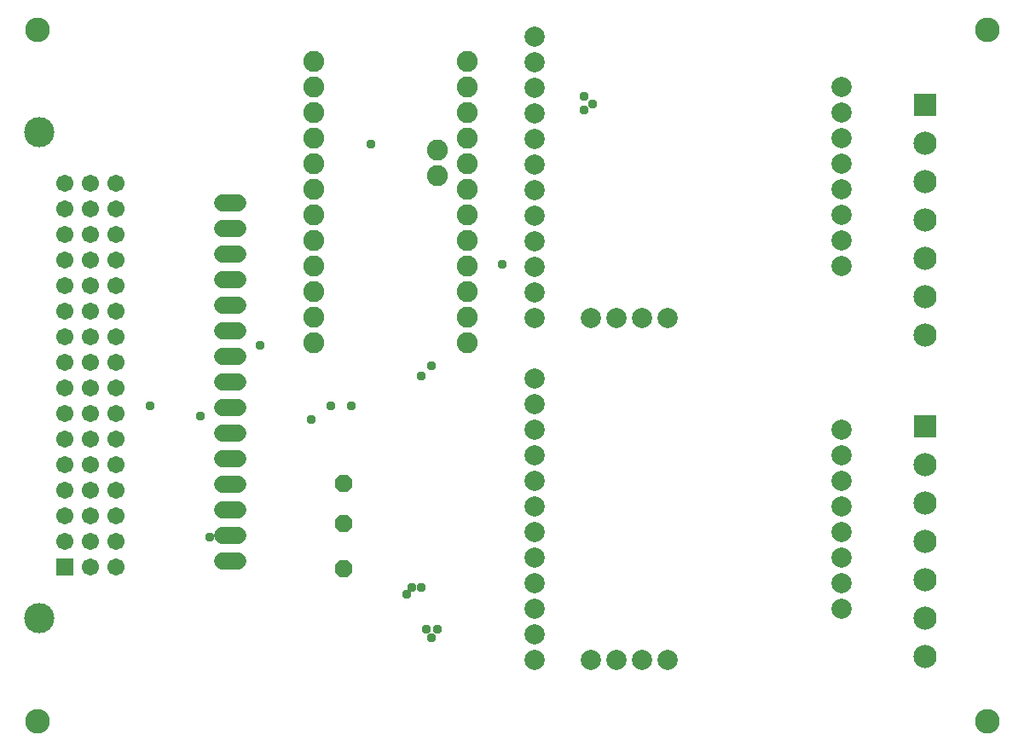
<source format=gbr>
G04 EAGLE Gerber RS-274X export*
G75*
%MOMM*%
%FSLAX34Y34*%
%LPD*%
%INSoldermask Bottom*%
%IPPOS*%
%AMOC8*
5,1,8,0,0,1.08239X$1,22.5*%
G01*
%ADD10C,2.453200*%
%ADD11C,3.003200*%
%ADD12R,1.711200X1.711200*%
%ADD13C,1.711200*%
%ADD14C,2.003200*%
%ADD15C,2.082800*%
%ADD16R,2.303200X2.303200*%
%ADD17C,2.303200*%
%ADD18P,1.869504X8X22.500000*%
%ADD19C,1.727200*%
%ADD20C,0.959600*%


D10*
X28400Y56400D03*
X28400Y743600D03*
X971600Y743600D03*
X971600Y56400D03*
D11*
X30600Y641800D03*
X30600Y159200D03*
D12*
X56000Y210000D03*
D13*
X56000Y235400D03*
X56000Y260800D03*
X56000Y286200D03*
X56000Y311600D03*
X56000Y337000D03*
X56000Y362400D03*
X56000Y387800D03*
X56000Y413200D03*
X56000Y438600D03*
X56000Y464000D03*
X56000Y489400D03*
X56000Y514800D03*
X56000Y540200D03*
X56000Y565600D03*
X56000Y591000D03*
X81400Y210000D03*
X81400Y235400D03*
X81400Y260800D03*
X81400Y286200D03*
X81400Y311600D03*
X81400Y337000D03*
X81400Y362400D03*
X81400Y387800D03*
X81400Y413200D03*
X81400Y438600D03*
X81400Y464000D03*
X81400Y489400D03*
X81400Y514800D03*
X81400Y540200D03*
X81400Y565600D03*
X81400Y591000D03*
X106800Y210000D03*
X106800Y235400D03*
X106800Y260800D03*
X106800Y286200D03*
X106800Y311600D03*
X106800Y337000D03*
X106800Y362400D03*
X106800Y387800D03*
X106800Y413200D03*
X106800Y438600D03*
X106800Y464000D03*
X106800Y489400D03*
X106800Y514800D03*
X106800Y540200D03*
X106800Y565600D03*
X106800Y591000D03*
D14*
X522500Y737000D03*
X522500Y711600D03*
X522500Y686200D03*
X522500Y660800D03*
X522500Y635400D03*
X522500Y610000D03*
X522500Y584600D03*
X522500Y559200D03*
X522500Y533800D03*
X522500Y508400D03*
X522500Y483000D03*
X522500Y457600D03*
X827300Y686500D03*
X827300Y661100D03*
X827300Y635700D03*
X827300Y610300D03*
X827300Y584900D03*
X827300Y559500D03*
X827300Y534100D03*
X827300Y508700D03*
X577800Y457600D03*
X603200Y457600D03*
X628600Y457600D03*
X654000Y457600D03*
D15*
X302700Y432700D03*
X302700Y458100D03*
X302700Y483500D03*
X302700Y508900D03*
X302700Y534300D03*
X302700Y559700D03*
X302700Y585100D03*
X302700Y610500D03*
X302700Y635900D03*
X302700Y661300D03*
X302700Y686700D03*
X302700Y712100D03*
X455100Y712100D03*
X455100Y686700D03*
X455100Y661300D03*
X455100Y635900D03*
X455100Y610500D03*
X455100Y585100D03*
X455100Y559700D03*
X455100Y534300D03*
X455100Y508900D03*
X455100Y483500D03*
X455100Y458100D03*
X455100Y432700D03*
X425890Y599070D03*
X425890Y624470D03*
D14*
X522500Y397000D03*
X522500Y371600D03*
X522500Y346200D03*
X522500Y320800D03*
X522500Y295400D03*
X522500Y270000D03*
X522500Y244600D03*
X522500Y219200D03*
X522500Y193800D03*
X522500Y168400D03*
X522500Y143000D03*
X522500Y117600D03*
X827300Y346500D03*
X827300Y321100D03*
X827300Y295700D03*
X827300Y270300D03*
X827300Y244900D03*
X827300Y219500D03*
X827300Y194100D03*
X827300Y168700D03*
X577800Y117600D03*
X603200Y117600D03*
X628600Y117600D03*
X654000Y117600D03*
D16*
X910000Y350000D03*
D17*
X910000Y311900D03*
X910000Y273800D03*
X910000Y235700D03*
X910000Y197600D03*
X910000Y159500D03*
X910000Y121400D03*
D18*
X333000Y253000D03*
X333000Y208000D03*
X333000Y293000D03*
D19*
X227620Y571800D02*
X212380Y571800D01*
X212380Y546400D02*
X227620Y546400D01*
X227620Y521000D02*
X212380Y521000D01*
X212380Y495600D02*
X227620Y495600D01*
X227620Y470200D02*
X212380Y470200D01*
X212380Y444800D02*
X227620Y444800D01*
X227620Y419400D02*
X212380Y419400D01*
X212380Y394000D02*
X227620Y394000D01*
X227620Y368600D02*
X212380Y368600D01*
X212380Y343200D02*
X227620Y343200D01*
X227620Y317800D02*
X212380Y317800D01*
X212380Y292400D02*
X227620Y292400D01*
X227620Y267000D02*
X212380Y267000D01*
X212380Y241600D02*
X227620Y241600D01*
X227620Y216200D02*
X212380Y216200D01*
D16*
X910000Y668600D03*
D17*
X910000Y630500D03*
X910000Y592400D03*
X910000Y554300D03*
X910000Y516200D03*
X910000Y478100D03*
X910000Y440000D03*
D20*
X580000Y670000D03*
X420000Y140000D03*
X400000Y190000D03*
X571000Y664000D03*
X571000Y677000D03*
X410000Y190000D03*
X395000Y183000D03*
X415000Y148000D03*
X426000Y148000D03*
X190000Y360000D03*
X300000Y356916D03*
X320000Y370000D03*
X410000Y400000D03*
X490248Y510248D03*
X250000Y430000D03*
X420000Y410000D03*
X140000Y370000D03*
X199454Y240000D03*
X360000Y630000D03*
X340000Y370000D03*
M02*

</source>
